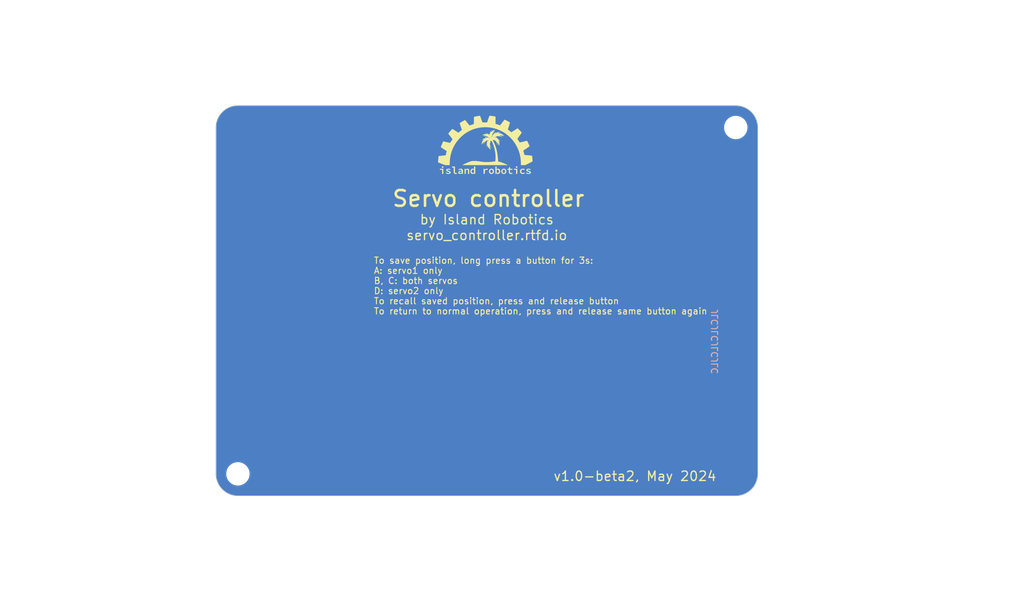
<source format=kicad_pcb>
(kicad_pcb (version 20221018) (generator pcbnew)
  (layers (0 "F.Cu" signal) (31 "B.Cu" signal) (34 "B.Paste" user) (35 "F.Paste" user) (36 "B.SilkS" user "B.Silkscreen") (37 "F.SilkS" user "F.Silkscreen") (38 "B.Mask" user) (39 "F.Mask" user) (44 "Edge.Cuts" user))
  (net 0 "")
  (net 1 "GND")
  (footprint "shurik-personal:my_logo" (layer "F.Cu") (at 139.75 64.25)
    (fp_text reference "G***" hide)
    (fp_text value "LOGO" hide)
    (fp_poly (pts (xy -6.657967 4.619515) (xy -6.848614 4.619515) (xy -6.848614 3.959584) (xy -7.200577 3.959584) (xy -7.200577 3.798267) (xy -6.657967 3.798267)) (fill solid) (layer "F.SilkS"))
    (fp_poly (pts (xy 5.030596 3.41377) (xy 5.07617 3.444186) (xy 5.103784 3.487607) (xy 5.11051 3.538083) (xy 5.093417 3.589662) (xy 5.074511 3.614552) (xy 5.027966 3.644542) (xy 4.971264 3.65363) (xy 4.914879 3.641762) (xy 4.875489 3.61562) (xy 4.844449 3.567389) (xy 4.838131 3.515762) (xy 4.85365 3.467248) (xy 4.888122 3.428358) (xy 4.938663 3.405604) (xy 4.969994 3.402309)) (fill solid) (layer "F.SilkS"))
    (fp_poly (pts (xy 5.085365 4.205225) (xy 5.081467 4.612182) (xy 4.992874 4.616468) (xy 4.944198 4.617146) (xy 4.907916 4.614548) (xy 4.893885 4.610358) (xy 4.890843 4.593253) (xy 4.888152 4.551204) (xy 4.885951 4.488597) (xy 4.884376 4.409816) (xy 4.883567 4.319249) (xy 4.883488 4.279772) (xy 4.883488 3.959584) (xy 4.54619 3.959584) (xy 4.54619 3.798267) (xy 5.089263 3.798267)) (fill solid) (layer "F.SilkS"))
    (fp_poly (pts (xy -6.698433 3.414436) (xy -6.654407 3.448186) (xy -6.631194 3.499614) (xy -6.628637 3.526963) (xy -6.641038 3.585196) (xy -6.676218 3.626726) (xy -6.73114 3.64877) (xy -6.764733 3.651616) (xy -6.814623 3.646452) (xy -6.850042 3.627572) (xy -6.863656 3.614552) (xy -6.894069 3.56471) (xy -6.899165 3.512926) (xy -6.881871 3.465153) (xy -6.84512 3.427339) (xy -6.791842 3.405436) (xy -6.759139 3.402309)) (fill solid) (layer "F.SilkS"))
    (fp_poly (pts (xy -4.810161 4.400871) (xy -4.774165 4.436867) (xy -4.729978 4.462765) (xy -4.670151 4.47384) (xy -4.604974 4.468978) (xy -4.570252 4.458983) (xy -4.547671 4.45289) (xy -4.533008 4.460191) (xy -4.519958 4.486592) (xy -4.510637 4.512924) (xy -4.49725 4.552987) (xy -4.488908 4.579437) (xy -4.487528 4.584896) (xy -4.500277 4.590977) (xy -4.533098 4.602232) (xy -4.563516 4.611614) (xy -4.644431 4.627774) (xy -4.730554 4.632175) (xy -4.808359 4.624443) (xy -4.830629 4.618951) (xy -4.869722 4.600212) (xy -4.91076 4.570627) (xy -4.91676 4.565217) (xy -4.941806 4.540473) (xy -4.961785 4.516068) (xy -4.97732 4.488421) (xy -4.989035 4.453947) (xy -4.997555 4.409064) (xy -5.003504 4.350187) (xy -5.007506 4.273734) (xy -5.010185 4.176121) (xy -5.012166 4.053764) (xy -5.012681 4.014578) (xy -5.01789 3.607621) (xy -5.279445 3.607621) (xy -5.279445 3.446304) (xy -4.810161 3.446304)) (fill solid) (layer "F.SilkS"))
    (fp_poly (pts (xy 0.341188 3.793008) (xy 0.364366 3.799676) (xy 0.387666 3.80833) (xy 0.400326 3.818527) (xy 0.403208 3.836847) (xy 0.397176 3.869874) (xy 0.383092 3.92419) (xy 0.381484 3.930254) (xy 0.375077 3.948809) (xy 0.363649 3.959349) (xy 0.340491 3.963636) (xy 0.298889 3.963434) (xy 0.261206 3.961842) (xy 0.178243 3.962878) (xy 0.113204 3.976888) (xy 0.056343 4.007118) (xy 0.009737 4.045582) (xy -0.017263 4.07237) (xy -0.037096 4.098529) (xy -0.051055 4.129233) (xy -0.060435 4.169656) (xy -0.06653 4.224971) (xy -0.070636 4.300352) (xy -0.073325 4.37754) (xy -0.080658 4.612182) (xy -0.179647 4.616518) (xy -0.278637 4.620855) (xy -0.278637 3.798267) (xy -0.199689 3.798267) (xy -0.152736 3.80071) (xy -0.124035 3.811844) (xy -0.10913 3.837382) (xy -0.103565 3.883036) (xy -0.102856 3.92237) (xy -0.102655 3.980479) (xy -0.032996 3.912133) (xy 0.015366 3.870304) (xy 0.068081 3.833116) (xy 0.102656 3.814017) (xy 0.177764 3.791624) (xy 0.261987 3.784363)) (fill solid) (layer "F.SilkS"))
    (fp_poly (pts (xy -2.727912 3.795882) (xy -2.657831 3.831361) (xy -2.601865 3.888259) (xy -2.581849 3.921999) (xy -2.56988 3.94737) (xy -2.560902 3.971604) (xy -2.554475 3.999309) (xy -2.550154 4.035094) (xy -2.547496 4.083569) (xy -2.546058 4.149343) (xy -2.545398 4.237024) (xy -2.545187 4.303293) (xy -2.544399 4.612182) (xy -2.643389 4.616518) (xy -2.742378 4.620855) (xy -2.742595 4.337881) (xy -2.743485 4.222672) (xy -2.746039 4.134671) (xy -2.75038 4.071797) (xy -2.756629 4.031966) (xy -2.761355 4.018244) (xy -2.797958 3.974655) (xy -2.84927 3.95259) (xy -2.909966 3.952149) (xy -2.974722 3.973433) (xy -3.034268 4.013105) (xy -3.094341 4.064525) (xy -3.094341 4.619515) (xy -3.284988 4.619515) (xy -3.284988 3.796735) (xy -3.207996 3.801167) (xy -3.131004 3.8056) (xy -3.126453 3.860594) (xy -3.121641 3.895956) (xy -3.115419 3.914689) (xy -3.113905 3.915588) (xy -3.098719 3.906989) (xy -3.070472 3.885495) (xy -3.059796 3.876658) (xy -2.978049 3.822211) (xy -2.8925 3.790882) (xy -2.807628 3.782248)) (fill solid) (layer "F.SilkS"))
    (fp_poly (pts (xy 3.019832 3.791763) (xy 3.119018 3.82182) (xy 3.204084 3.875138) (xy 3.271977 3.949327) (xy 3.319644 4.041999) (xy 3.340661 4.124566) (xy 3.346536 4.239475) (xy 3.328491 4.345986) (xy 3.288463 4.440564) (xy 3.228387 4.519678) (xy 3.150198 4.579792) (xy 3.073349 4.612603) (xy 2.982085 4.629799) (xy 2.88851 4.630266) (xy 2.821053 4.618209) (xy 2.743689 4.583272) (xy 2.669772 4.527755) (xy 2.609174 4.459693) (xy 2.590992 4.430963) (xy 2.558345 4.349188) (xy 2.54034 4.2535) (xy 2.539454 4.208891) (xy 2.738066 4.208891) (xy 2.747538 4.30558) (xy 2.775629 4.381388) (xy 2.821851 4.435142) (xy 2.836529 4.44521) (xy 2.899741 4.468171) (xy 2.970453 4.469598) (xy 3.036324 4.449552) (xy 3.045969 4.444127) (xy 3.094232 4.404187) (xy 3.125377 4.351163) (xy 3.141529 4.280009) (xy 3.145088 4.208891) (xy 3.135756 4.11124) (xy 3.108091 4.03546) (xy 3.062586 3.982187) (xy 2.999734 3.952057) (xy 2.940358 3.945028) (xy 2.866865 3.957571) (xy 2.808851 3.994246) (xy 2.767411 4.053625) (xy 2.74364 4.134279) (xy 2.738066 4.208891) (xy 2.539454 4.208891) (xy 2.538407 4.156175) (xy 2.550307 4.08193) (xy 2.591012 3.984848) (xy 2.65431 3.903459) (xy 2.736229 3.841018) (xy 2.832799 3.800781) (xy 2.909581 3.787354)) (fill solid) (layer "F.SilkS"))
    (fp_poly (pts (xy 3.930254 3.798267) (xy 4.296883 3.798267) (xy 4.296883 3.959584) (xy 3.930254 3.959584) (xy 3.930254 4.150701) (xy 3.93226 4.25446) (xy 3.938856 4.332857) (xy 3.950907 4.389623) (xy 3.969281 4.428491) (xy 3.994843 4.453191) (xy 4.001374 4.457018) (xy 4.036592 4.466732) (xy 4.090194 4.471721) (xy 4.151601 4.471871) (xy 4.210231 4.467071) (xy 4.247934 4.459619) (xy 4.276249 4.453027) (xy 4.292121 4.458477) (xy 4.3027 4.482041) (xy 4.310923 4.513121) (xy 4.318578 4.554785) (xy 4.318779 4.584138) (xy 4.315973 4.590793) (xy 4.282673 4.607481) (xy 4.228055 4.620003) (xy 4.159891 4.627938) (xy 4.085954 4.630863) (xy 4.014015 4.628356) (xy 3.951848 4.619994) (xy 3.922922 4.61215) (xy 3.857758 4.575776) (xy 3.80128 4.520028) (xy 3.762401 4.454393) (xy 3.755426 4.433919) (xy 3.749678 4.39859) (xy 3.744866 4.341179) (xy 3.741421 4.268932) (xy 3.739771 4.189092) (xy 3.73969 4.168562) (xy 3.739608 3.959584) (xy 3.519631 3.959584) (xy 3.519631 3.816722) (xy 3.625854 3.806255) (xy 3.679315 3.798918) (xy 3.720888 3.78937) (xy 3.742273 3.779565) (xy 3.74295 3.778697) (xy 3.750468 3.753181) (xy 3.754153 3.714041) (xy 3.75421 3.710277) (xy 3.757091 3.658562) (xy 3.763507 3.605045) (xy 3.763686 3.603954) (xy 3.772776 3.54896) (xy 3.930254 3.54896)) (fill solid) (layer "F.SilkS"))
    (fp_poly (pts (xy 5.961375 3.79107) (xy 6.029473 3.792299) (xy 6.078243 3.797099) (xy 6.11764 3.807388) (xy 6.15762 3.825082) (xy 6.169315 3.83112) (xy 6.212055 3.855236) (xy 6.243554 3.876066) (xy 6.254666 3.886239) (xy 6.251781 3.905555) (xy 6.233959 3.937829) (xy 6.219289 3.957975) (xy 6.174515 4.014506) (xy 6.105788 3.979712) (xy 6.019373 3.949788) (xy 5.935871 3.945993) (xy 5.859381 3.965914) (xy 5.794005 4.007137) (xy 5.743842 4.067249) (xy 5.712993 4.143835) (xy 5.704976 4.215665) (xy 5.717776 4.300809) (xy 5.752999 4.370938) (xy 5.806781 4.424044) (xy 5.87526 4.458122) (xy 5.95457 4.471165) (xy 6.040849 4.461168) (xy 6.120289 4.431305) (xy 6.202678 4.389747) (xy 6.240589 4.447035) (xy 6.261489 4.483023) (xy 6.266425 4.510011) (xy 6.25253 4.533135) (xy 6.216937 4.55753) (xy 6.163538 4.585035) (xy 6.068593 4.61771) (xy 5.962528 4.631563) (xy 5.856787 4.625927) (xy 5.781066 4.60728) (xy 5.682508 4.558908) (xy 5.604474 4.490467) (xy 5.551193 4.413053) (xy 5.528225 4.36709) (xy 5.514978 4.326228) (xy 5.508869 4.278876) (xy 5.50732 4.216224) (xy 5.517763 4.102414) (xy 5.550648 4.006839) (xy 5.607295 3.92738) (xy 5.689028 3.861919) (xy 5.74873 3.829396) (xy 5.794409 3.809837) (xy 5.83717 3.798191) (xy 5.887504 3.792565) (xy 5.9559 3.791069)) (fill solid) (layer "F.SilkS"))
    (fp_poly (pts (xy 1.089485 3.797967) (xy 1.179722 3.833166) (xy 1.25945 3.889107) (xy 1.324117 3.964695) (xy 1.363512 4.042687) (xy 1.389933 4.150667) (xy 1.390528 4.258321) (xy 1.366948 4.361022) (xy 1.320846 4.454145) (xy 1.253872 4.533064) (xy 1.167678 4.593153) (xy 1.166803 4.593603) (xy 1.100809 4.616273) (xy 1.019539 4.628202) (xy 0.935259 4.628734) (xy 0.860234 4.617213) (xy 0.840667 4.611052) (xy 0.748762 4.562306) (xy 0.674818 4.492122) (xy 0.620914 4.403717) (xy 0.589129 4.300312) (xy 0.581021 4.208891) (xy 0.582764 4.190727) (xy 0.779047 4.190727) (xy 0.783907 4.270904) (xy 0.804707 4.3452) (xy 0.841154 4.406797) (xy 0.882722 4.443175) (xy 0.947293 4.467553) (xy 1.017573 4.470053) (xy 1.081781 4.450425) (xy 1.086935 4.44752) (xy 1.133197 4.404672) (xy 1.165496 4.343446) (xy 1.183872 4.270437) (xy 1.188366 4.192242) (xy 1.179019 4.115457) (xy 1.155872 4.046677) (xy 1.118966 3.992498) (xy 1.083944 3.966256) (xy 1.030183 3.950192) (xy 0.967479 3.948235) (xy 0.90781 3.959474) (xy 0.863155 3.982993) (xy 0.863023 3.983109) (xy 0.818313 4.040011) (xy 0.790419 4.11149) (xy 0.779047 4.190727) (xy 0.582764 4.190727) (xy 0.591908 4.095467) (xy 0.625335 3.999336) (xy 0.682449 3.917722) (xy 0.714468 3.886497) (xy 0.80123 3.827775) (xy 0.895688 3.794176) (xy 0.99329 3.784605)) (fill solid) (layer "F.SilkS"))
    (fp_poly (pts (xy 1.799759 3.6676) (xy 1.796703 3.752072) (xy 1.795314 3.811084) (xy 1.79591 3.848474) (xy 1.798806 3.868082) (xy 1.804318 3.873747) (xy 1.812762 3.869307) (xy 1.816128 3.866386) (xy 1.869695 3.831132) (xy 1.939371 3.802959) (xy 2.012029 3.786562) (xy 2.045786 3.784246) (xy 2.140887 3.796912) (xy 2.220896 3.833978) (xy 2.284677 3.894047) (xy 2.331092 3.975722) (xy 2.359006 4.077605) (xy 2.367341 4.179561) (xy 2.357974 4.307376) (xy 2.327476 4.414862) (xy 2.275834 4.50205) (xy 2.203031 4.568969) (xy 2.149481 4.599265) (xy 2.059189 4.628027) (xy 1.972332 4.629683) (xy 1.909136 4.611897) (xy 1.861004 4.587327) (xy 1.817333 4.56004) (xy 1.774189 4.529318) (xy 1.765029 4.575114) (xy 1.758099 4.601911) (xy 1.745743 4.6149) (xy 1.719563 4.618212) (xy 1.680851 4.616546) (xy 1.605832 4.612182) (xy 1.604539 4.415637) (xy 1.803811 4.415637) (xy 1.866138 4.444736) (xy 1.931997 4.464679) (xy 1.99905 4.466906) (xy 2.057567 4.451882) (xy 2.085115 4.434268) (xy 2.128481 4.377769) (xy 2.157535 4.301194) (xy 2.169862 4.211275) (xy 2.170117 4.197421) (xy 2.161677 4.102294) (xy 2.136162 4.028932) (xy 2.09439 3.978384) (xy 2.037178 3.951703) (xy 1.976572 3.948613) (xy 1.915893 3.962132) (xy 1.860744 3.987092) (xy 1.855685 3.990385) (xy 1.804011 4.025577) (xy 1.803811 4.415637) (xy 1.604539 4.415637) (xy 1.601997 4.029243) (xy 1.598163 3.446304) (xy 1.808264 3.446304)) (fill solid) (layer "F.SilkS"))
    (fp_poly (pts (xy -1.587331 4.029243) (xy -1.591166 4.612182) (xy -1.663073 4.616744) (xy -1.715416 4.615944) (xy -1.745197 4.602611) (xy -1.757896 4.572801) (xy -1.75959 4.547299) (xy -1.759815 4.511746) (xy -1.792811 4.542722) (xy -1.864881 4.592468) (xy -1.94944 4.622371) (xy -2.038084 4.630928) (xy -2.122411 4.616633) (xy -2.148441 4.606377) (xy -2.223915 4.557465) (xy -2.284445 4.486334) (xy -2.319533 4.421535) (xy -2.343784 4.342157) (xy -2.354543 4.247705) (xy -2.354215 4.235724) (xy -2.155462 4.235724) (xy -2.145506 4.312141) (xy -2.120721 4.379481) (xy -2.080941 4.431022) (xy -2.061898 4.445043) (xy -1.995474 4.469277) (xy -1.924471 4.466745) (xy -1.862471 4.441633) (xy -1.827223 4.417957) (xy -1.803415 4.397795) (xy -1.800368 4.394026) (xy -1.796252 4.373742) (xy -1.792825 4.330328) (xy -1.790423 4.26998) (xy -1.789385 4.198895) (xy -1.78937 4.192246) (xy -1.789145 4.006952) (xy -1.829053 3.980804) (xy -1.890302 3.955211) (xy -1.959483 3.948526) (xy -2.024629 3.961131) (xy -2.050304 3.973736) (xy -2.09801 4.019236) (xy -2.131549 4.08255) (xy -2.150755 4.156953) (xy -2.155462 4.235724) (xy -2.354215 4.235724) (xy -2.351845 4.149129) (xy -2.335729 4.057376) (xy -2.318124 4.006693) (xy -2.2769 3.937851) (xy -2.219866 3.874118) (xy -2.155422 3.823617) (xy -2.101566 3.797317) (xy -2.025906 3.784873) (xy -1.943259 3.791183) (xy -1.866677 3.814567) (xy -1.835581 3.831575) (xy -1.777595 3.869948) (xy -1.793453 3.446304) (xy -1.583497 3.446304)) (fill solid) (layer "F.SilkS"))
    (fp_poly (pts (xy -5.728564 3.797939) (xy -5.67843 3.811007) (xy -5.622422 3.830343) (xy -5.573688 3.851239) (xy -5.542758 3.869178) (xy -5.542711 3.869216) (xy -5.509143 3.896398) (xy -5.55055 3.950686) (xy -5.582761 3.986085) (xy -5.607519 3.996596) (xy -5.615349 3.994705) (xy -5.713178 3.958121) (xy -5.802637 3.936901) (xy -5.880323 3.930988) (xy -5.942829 3.940325) (xy -5.986751 3.964856) (xy -6.007932 4.001235) (xy -6.008541 4.031232) (xy -5.991795 4.056605) (xy -5.954642 4.079293) (xy -5.894033 4.101236) (xy -5.818967 4.121448) (xy -5.751313 4.139206) (xy -5.687236 4.158001) (xy -5.637135 4.174714) (xy -5.623135 4.180204) (xy -5.55184 4.223442) (xy -5.504185 4.279449) (xy -5.480266 4.343503) (xy -5.480178 4.410881) (xy -5.504018 4.476861) (xy -5.551882 4.536719) (xy -5.614981 4.581135) (xy -5.662227 4.603694) (xy -5.707729 4.61755) (xy -5.76259 4.625281) (xy -5.820293 4.62877) (xy -5.924221 4.627933) (xy -6.008596 4.616323) (xy -6.022648 4.612725) (xy -6.080357 4.594051) (xy -6.138816 4.571194) (xy -6.190419 4.547573) (xy -6.227558 4.526609) (xy -6.241587 4.514309) (xy -6.23924 4.494939) (xy -6.223538 4.461636) (xy -6.2123 4.443349) (xy -6.174479 4.386198) (xy -6.075259 4.432694) (xy -6.017686 4.457558) (xy -5.969002 4.471771) (xy -5.915866 4.478201) (xy -5.856676 4.479693) (xy -5.776035 4.475628) (xy -5.720787 4.461758) (xy -5.688249 4.436758) (xy -5.675739 4.399305) (xy -5.675404 4.39027) (xy -5.682417 4.362681) (xy -5.70568 4.338546) (xy -5.748527 4.316045) (xy -5.814295 4.293358) (xy -5.891405 4.272393) (xy -6.001721 4.240121) (xy -6.085255 4.204852) (xy -6.144537 4.164548) (xy -6.182101 4.117168) (xy -6.200478 4.060673) (xy -6.203348 4.021141) (xy -6.189974 3.951033) (xy -6.152308 3.891207) (xy -6.094035 3.843138) (xy -6.018839 3.808302) (xy -5.930405 3.788174) (xy -5.832419 3.784227)) (fill solid) (layer "F.SilkS"))
    (fp_poly (pts (xy -3.746988 3.800037) (xy -3.687835 3.828374) (xy -3.629595 3.875981) (xy -3.581208 3.93392) (xy -3.551613 3.99325) (xy -3.55073 3.996295) (xy -3.545249 4.031064) (xy -3.540623 4.089893) (xy -3.537107 4.167517) (xy -3.534951 4.258671) (xy -3.534377 4.337211) (xy -3.534295 4.619515) (xy -3.614953 4.619515) (xy -3.661714 4.618168) (xy -3.68607 4.612531) (xy -3.694885 4.60021) (xy -3.695612 4.591384) (xy -3.699443 4.548534) (xy -3.713538 4.531705) (xy -3.741793 4.538971) (xy -3.768829 4.55519) (xy -3.861372 4.602824) (xy -3.957661 4.627913) (xy -4.051613 4.629724) (xy -4.13715 4.607526) (xy -4.150671 4.601183) (xy -4.220005 4.552779) (xy -4.263572 4.490449) (xy -4.281638 4.413777) (xy -4.282217 4.395434) (xy -4.279757 4.376331) (xy -4.09157 4.376331) (xy -4.079929 4.427918) (xy -4.046343 4.461893) (xy -3.992818 4.477574) (xy -3.921359 4.474281) (xy -3.852613 4.457522) (xy -3.811344 4.439543) (xy -3.768922 4.41419) (xy -3.768289 4.413741) (xy -3.743057 4.392681) (xy -3.730095 4.369166) (xy -3.725422 4.332852) (xy -3.724942 4.301095) (xy -3.724942 4.219315) (xy -3.816599 4.228389) (xy -3.924399 4.24447) (xy -4.004792 4.268904) (xy -4.058615 4.30214) (xy -4.086706 4.344631) (xy -4.09157 4.376331) (xy -4.279757 4.376331) (xy -4.273191 4.325343) (xy -4.244987 4.265977) (xy -4.195913 4.216306) (xy -4.124278 4.175303) (xy -4.028391 4.141939) (xy -3.906562 4.115184) (xy -3.79393 4.098431) (xy -3.752046 4.091783) (xy -3.73299 4.082944) (xy -3.730336 4.067623) (xy -3.73275 4.057574) (xy -3.749293 4.026764) (xy -3.778399 3.991675) (xy -3.784981 3.985248) (xy -3.838375 3.95439) (xy -3.90857 3.94268) (xy -3.990126 3.950145) (xy -4.077603 3.976813) (xy -4.093707 3.983721) (xy -4.138571 4.002747) (xy -4.171402 4.014585) (xy -4.184651 4.016718) (xy -4.201626 3.99132) (xy -4.221607 3.957092) (xy -4.239467 3.923482) (xy -4.250078 3.89994) (xy -4.250893 3.894622) (xy -4.235686 3.88572) (xy -4.203564 3.86882) (xy -4.186893 3.860348) (xy -4.072287 3.81467) (xy -3.95393 3.789245) (xy -3.839331 3.785103)) (fill solid) (layer "F.SilkS"))
    (fp_poly (pts (xy 6.987236 3.796583) (xy 6.990693 3.797432) (xy 7.05313 3.815775) (xy 7.111684 3.837528) (xy 7.159962 3.859802) (xy 7.191575 3.879711) (xy 7.200578 3.892284) (xy 7.191789 3.913365) (xy 7.169789 3.945552) (xy 7.160249 3.957401) (xy 7.11992 4.005439) (xy 7.04683 3.972975) (xy 6.989472 3.953604) (xy 6.920696 3.938842) (xy 6.877385 3.933617) (xy 6.8232 3.930987) (xy 6.788095 3.934128) (xy 6.762043 3.945189) (xy 6.738357 3.963428) (xy 6.711257 3.989893) (xy 6.704121 4.010941) (xy 6.712912 4.037941) (xy 6.720767 4.052779) (xy 6.731902 4.064955) (xy 6.750514 4.076093) (xy 6.780799 4.087818) (xy 6.826953 4.101754) (xy 6.893172 4.119525) (xy 6.983653 4.142756) (xy 6.983738 4.142778) (xy 7.085686 4.176685) (xy 7.162432 4.219686) (xy 7.212734 4.270941) (xy 7.230959 4.309273) (xy 7.240433 4.387871) (xy 7.223039 4.46215) (xy 7.181237 4.527429) (xy 7.117486 4.579026) (xy 7.079404 4.597724) (xy 7.015742 4.615215) (xy 6.934284 4.625856) (xy 6.845851 4.629235) (xy 6.761263 4.624939) (xy 6.691339 4.612556) (xy 6.691178 4.61251) (xy 6.645062 4.597252) (xy 6.593001 4.576638) (xy 6.542177 4.55399) (xy 6.499774 4.532629) (xy 6.472973 4.51588) (xy 6.467321 4.508965) (xy 6.474722 4.493421) (xy 6.493499 4.462388) (xy 6.505589 4.443739) (xy 6.543856 4.385913) (xy 6.604578 4.41696) (xy 6.702044 4.457114) (xy 6.800623 4.480272) (xy 6.893288 4.485531) (xy 6.973015 4.471989) (xy 6.988404 4.466279) (xy 7.026363 4.443152) (xy 7.041266 4.410548) (xy 7.039661 4.370846) (xy 7.031297 4.350391) (xy 7.009858 4.332256) (xy 6.971197 4.314438) (xy 6.911168 4.294937) (xy 6.844598 4.276679) (xy 6.75352 4.251387) (xy 6.685456 4.228539) (xy 6.634535 4.205483) (xy 6.594886 4.179566) (xy 6.561074 4.148591) (xy 6.534997 4.11641) (xy 6.522352 4.082836) (xy 6.518697 4.035006) (xy 6.518649 4.025689) (xy 6.526939 3.955155) (xy 6.554406 3.90013) (xy 6.604946 3.854721) (xy 6.648432 3.8294) (xy 6.721735 3.803036) (xy 6.810589 3.788036) (xy 6.903066 3.785513)) (fill solid) (layer "F.SilkS"))
    (fp_poly (pts (xy 0.758487 -4.615178) (xy 0.782402 -4.612944) (xy 0.874313 -4.603533) (xy 0.97525 -4.592199) (xy 1.081043 -4.579513) (xy 1.187523 -4.566046) (xy 1.29052 -4.552365) (xy 1.385864 -4.539043) (xy 1.469384 -4.526648) (xy 1.536911 -4.51575) (xy 1.584274 -4.50692) (xy 1.607304 -4.500728) (xy 1.608421 -4.500046) (xy 1.613535 -4.490396) (xy 1.61772 -4.46913) (xy 1.621055 -4.43382) (xy 1.623621 -4.382035) (xy 1.6255 -4.311345) (xy 1.626771 -4.219321) (xy 1.627516 -4.103532) (xy 1.627815 -3.961549) (xy 1.62783 -3.915172) (xy 1.62783 -3.346407) (xy 1.690156 -3.32422) (xy 1.788329 -3.289463) (xy 1.889267 -3.254064) (xy 1.989162 -3.219325) (xy 2.084205 -3.186546) (xy 2.170587 -3.157031) (xy 2.244499 -3.132079) (xy 2.302132 -3.112994) (xy 2.339677 -3.101076) (xy 2.353318 -3.097613) (xy 2.362768 -3.109961) (xy 2.387201 -3.141635) (xy 2.423636 -3.188775) (xy 2.469089 -3.247524) (xy 2.509451 -3.299654) (xy 2.569813 -3.377748) (xy 2.641578 -3.47084) (xy 2.718349 -3.57062) (xy 2.79373 -3.668774) (xy 2.849791 -3.741919) (xy 2.906756 -3.815398) (xy 2.958853 -3.880842) (xy 3.003107 -3.934654) (xy 3.03654 -3.973234) (xy 3.056175 -3.992982) (xy 3.058816 -3.994654) (xy 3.078761 -3.990912) (xy 3.120537 -3.975073) (xy 3.180242 -3.949114) (xy 3.253977 -3.915015) (xy 3.337838 -3.874752) (xy 3.427926 -3.830303) (xy 3.520338 -3.783648) (xy 3.611173 -3.736764) (xy 3.696531 -3.691628) (xy 3.77251 -3.650219) (xy 3.835208 -3.614516) (xy 3.880725 -3.586495) (xy 3.905159 -3.568135) (xy 3.908127 -3.564036) (xy 3.906823 -3.540951) (xy 3.897372 -3.493115) (xy 3.880657 -3.423682) (xy 3.857563 -3.335805) (xy 3.828976 -3.232639) (xy 3.795779 -3.117336) (xy 3.758858 -2.993052) (xy 3.719097 -2.862939) (xy 3.67738 -2.730152) (xy 3.65243 -2.652513) (xy 3.628097 -2.576822) (xy 3.607594 -2.51183) (xy 3.592371 -2.462231) (xy 3.583875 -2.432719) (xy 3.582656 -2.426526) (xy 3.598884 -2.415118) (xy 3.633783 -2.389003) (xy 3.68294 -2.351575) (xy 3.741947 -2.306225) (xy 3.806391 -2.256345) (xy 3.871863 -2.205328) (xy 3.933953 -2.156566) (xy 3.94492 -2.147902) (xy 4.005997 -2.099828) (xy 4.059733 -2.057961) (xy 4.101539 -2.025844) (xy 4.126824 -2.00702) (xy 4.131297 -2.003999) (xy 4.150041 -2.008301) (xy 4.191724 -2.029105) (xy 4.255434 -2.065841) (xy 4.34026 -2.11794) (xy 4.445291 -2.184831) (xy 4.569617 -2.265944) (xy 4.712325 -2.360709) (xy 4.857999 -2.458736) (xy 4.933697 -2.509305) (xy 5.001964 -2.553682) (xy 5.058814 -2.589377) (xy 5.10026 -2.613896) (xy 5.122316 -2.624747) (xy 5.124013 -2.625058) (xy 5.131807 -2.624575) (xy 5.140454 -2.621737) (xy 5.152154 -2.614456) (xy 5.169106 -2.600649) (xy 5.193511 -2.578229) (xy 5.227567 -2.54511) (xy 5.273475 -2.499208) (xy 5.333434 -2.438437) (xy 5.409644 -2.36071) (xy 5.497043 -2.271368) (xy 5.590892 -2.174347) (xy 5.668125 -2.092287) (xy 5.727712 -2.026342) (xy 5.768623 -1.97767) (xy 5.789828 -1.947426) (xy 5.792726 -1.939323) (xy 5.784229 -1.92137) (xy 5.759985 -1.882644) (xy 5.72186 -1.825822) (xy 5.671721 -1.753583) (xy 5.611435 -1.668605) (xy 5.542869 -1.573567) (xy 5.467889 -1.471147) (xy 5.441374 -1.435263) (xy 5.353937 -1.317157) (xy 5.282481 -1.220308) (xy 5.225527 -1.142405) (xy 5.181596 -1.081136) (xy 5.149211 -1.034191) (xy 5.126893 -0.999257) (xy 5.113165 -0.974024) (xy 5.106548 -0.95618) (xy 5.105564 -0.943414) (xy 5.108734 -0.933414) (xy 5.114453 -0.924063) (xy 5.129745 -0.900628) (xy 5.158013 -0.856944) (xy 5.196395 -0.797446) (xy 5.24203 -0.726572) (xy 5.292056 -0.648759) (xy 5.29901 -0.637934) (xy 5.34818 -0.561592) (xy 5.392242 -0.493583) (xy 5.428647 -0.437812) (xy 5.454842 -0.398182) (xy 5.468277 -0.378599) (xy 5.469187 -0.377454) (xy 5.485207 -0.378314) (xy 5.526519 -0.385583) (xy 5.58996 -0.398568) (xy 5.672365 -0.416574) (xy 5.770571 -0.438909) (xy 5.881414 -0.464877) (xy 6.001729 -0.493785) (xy 6.020942 -0.498465) (xy 6.143294 -0.528312) (xy 6.257322 -0.556113) (xy 6.359734 -0.581066) (xy 6.447238 -0.602369) (xy 6.516542 -0.619221) (xy 6.564353 -0.630822) (xy 6.58738 -0.636368) (xy 6.588362 -0.636598) (xy 6.618568 -0.632208) (xy 6.641779 -0.618243) (xy 6.654902 -0.599139) (xy 6.678519 -0.556957) (xy 6.71082 -0.495245) (xy 6.749994 -0.417549) (xy 6.794234 -0.327416) (xy 6.841729 -0.228395) (xy 6.855527 -0.199217) (xy 6.913138 -0.075931) (xy 6.95828 0.023177) (xy 6.991767 0.100078) (xy 7.014413 0.156745) (xy 7.027031 0.19515) (xy 7.030437 0.217264) (xy 7.02942 0.22195) (xy 7.014963 0.23582) (xy 6.978873 0.264181) (xy 6.923821 0.305109) (xy 6.852478 0.356679) (xy 6.767517 0.416965) (xy 6.67161 0.484042) (xy 6.567427 0.555986) (xy 6.535482 0.577872) (xy 6.429822 0.650178) (xy 6.331854 0.717316) (xy 6.244194 0.777485) (xy 6.169459 0.828884) (xy 6.110264 0.869714) (xy 6.069227 0.898175) (xy 6.048963 0.912467) (xy 6.047297 0.91375) (xy 6.048871 0.929169) (xy 6.056731 0.969028) (xy 6.069978 1.02933) (xy 6.087719 1.106077) (xy 6.109056 1.195272) (xy 6.124706 1.259146) (xy 6.208519 1.598139) (xy 6.253596 1.604664) (xy 6.279816 1.607744) (xy 6.330944 1.613128) (xy 6.402686 1.620387) (xy 6.490748 1.629091) (xy 6.590835 1.638814) (xy 6.698653 1.649124) (xy 6.701963 1.649438) (xy 6.864365 1.664952) (xy 6.999982 1.678198) (xy 7.111248 1.689482) (xy 7.200596 1.699113) (xy 7.270458 1.707396) (xy 7.323269 1.714639) (xy 7.36146 1.721148) (xy 7.387464 1.72723) (xy 7.403715 1.733193) (xy 7.412345 1.739035) (xy 7.426837 1.765338) (xy 7.438281 1.805865) (xy 7.439642 1.813825) (xy 7.445312 1.858184) (xy 7.452101 1.922328) (xy 7.459648 2.001621) (xy 7.467593 2.091423) (xy 7.475574 2.187097) (xy 7.483231 2.284006) (xy 7.490204 2.377512) (xy 7.49613 2.462977) (xy 7.500651 2.535763) (xy 7.503404 2.591233) (xy 7.504029 2.62475) (xy 7.503307 2.632221) (xy 7.488788 2.643188) (xy 7.450676 2.665667) (xy 7.391693 2.698218) (xy 7.31456 2.739397) (xy 7.221999 2.787765) (xy 7.116731 2.841878) (xy 7.001477 2.900296) (xy 6.921787 2.940248) (xy 6.348688 3.226327) (xy 5.649045 3.226327) (xy 5.65525 3.099339) (xy 5.656821 3.024042) (xy 5.65572 2.926026) (xy 5.652278 2.811747) (xy 5.646829 2.687662) (xy 5.639706 2.560228) (xy 5.631241 2.435902) (xy 5.621768 2.32114) (xy 5.611619 2.222398) (xy 5.608863 2.199769) (xy 5.542951 1.794877) (xy 5.44942 1.39852) (xy 5.329004 1.011917) (xy 5.182439 0.636289) (xy 5.010461 0.272853) (xy 4.813805 -0.077169) (xy 4.593207 -0.412559) (xy 4.349401 -0.732098) (xy 4.083124 -1.034565) (xy 3.795111 -1.318741) (xy 3.486097 -1.583407) (xy 3.196998 -1.799471) (xy 2.860954 -2.01693) (xy 2.511463 -2.208698) (xy 2.150001 -2.374335) (xy 1.778045 -2.513398) (xy 1.397072 -2.625447) (xy 1.008557 -2.71004) (xy 0.613977 -2.766737) (xy 0.214808 -2.795096) (xy -0.139318 -2.796254) (xy -0.542834 -2.771648) (xy -0.934119 -2.720861) (xy -1.315055 -2.643424) (xy -1.687523 -2.538869) (xy -2.053405 -2.406726) (xy -2.414582 -2.246527) (xy -2.485251 -2.211665) (xy -2.800126 -2.042662) (xy -3.093443 -1.861458) (xy -3.370825 -1.663993) (xy -3.637893 -1.44621) (xy -3.900267 -1.204048) (xy -3.953285 -1.151724) (xy -4.234172 -0.851167) (xy -4.490919 -0.534079) (xy -4.723159 -0.201055) (xy -4.930526 0.147311) (xy -5.112651 0.510423) (xy -5.26917 0.887686) (xy -5.346079 1.106679) (xy -5.449106 1.452612) (xy -5.528568 1.794629) (xy -5.585486 2.13905) (xy -5.620884 2.492195) (xy -5.635783 2.860385) (xy -5.636198 2.899959) (xy -5.638741 3.226188) (xy -5.976039 3.224557) (xy -6.074109 3.223783) (xy -6.163551 3.222512) (xy -6.239784 3.220855) (xy -6.298225 3.218921) (xy -6.334292 3.216821) (xy -6.342667 3.215705) (xy -6.414467 3.195642) (xy -6.50787 3.165942) (xy -6.617555 3.128604) (xy -6.738199 3.085626) (xy -6.864481 3.039005) (xy -6.991081 2.990741) (xy -7.112676 2.94283) (xy -7.223945 2.897272) (xy -7.319567 2.856063) (xy -7.394221 2.821203) (xy -7.396899 2.819867) (xy -7.497896 2.769317) (xy -7.488551 2.656858) (xy -7.484257 2.60457) (xy -7.478243 2.530473) (xy -7.471108 2.441995) (xy -7.463452 2.346566) (xy -7.457584 2.273094) (xy -7.447145 2.143805) (xy -7.438461 2.040721) (xy -7.431197 1.960793) (xy -7.425016 1.900969) (xy -7.419585 1.858201) (xy -7.414566 1.829437) (xy -7.409626 1.811629) (xy -7.406013 1.804011) (xy -7.399884 1.797119) (xy -7.388788 1.79084) (xy -7.370086 1.784802) (xy -7.341138 1.778634) (xy -7.299306 1.771964) (xy -7.241949 1.764419) (xy -7.166429 1.755627) (xy -7.070105 1.745217) (xy -6.950339 1.732817) (xy -6.804491 1.718054) (xy -6.775288 1.715119) (xy -6.659975 1.703262) (xy -6.553975 1.691829) (xy -6.460826 1.681245) (xy -6.384066 1.671931) (xy -6.327232 1.664311) (xy -6.293863 1.658809) (xy -6.286509 1.656646) (xy -6.280065 1.640131) (xy -6.268503 1.600028) (xy -6.253037 1.541389) (xy -6.234877 1.469265) (xy -6.215237 1.388709) (xy -6.19533 1.304772) (xy -6.176366 1.222506) (xy -6.15956 1.146962) (xy -6.146122 1.083191) (xy -6.137266 1.036246) (xy -6.136525 1.031708) (xy -6.127542 0.97523) (xy -6.220439 0.920482) (xy -6.266745 0.892395) (xy -6.329435 0.853218) (xy -6.404719 0.805426) (xy -6.488804 0.751495) (xy -6.577899 0.693898) (xy -6.668212 0.635112) (xy -6.755952 0.577611) (xy -6.837327 0.523871) (xy -6.908545 0.476366) (xy -6.965815 0.437571) (xy -7.005345 0.409961) (xy -7.022128 0.39717) (xy -7.047375 0.364453) (xy -7.048323 0.331637) (xy -7.040163 0.307524) (xy -7.022678 0.261328) (xy -6.997557 0.197173) (xy -6.966488 0.119186) (xy -6.931161 0.031491) (xy -6.893263 -0.061785) (xy -6.854484 -0.156518) (xy -6.816511 -0.248582) (xy -6.781033 -0.333851) (xy -6.74974 -0.4082) (xy -6.724318 -0.467503) (xy -6.706457 -0.507634) (xy -6.698004 -0.524279) (xy -6.673703 -0.537982) (xy -6.64338 -0.54261) (xy -6.619832 -0.539404) (xy -6.571356 -0.530298) (xy -6.501587 -0.516062) (xy -6.414158 -0.497466) (xy -6.312704 -0.475279) (xy -6.200859 -0.450271) (xy -6.113564 -0.430407) (xy -5.997157 -0.403848) (xy -5.889173 -0.379448) (xy -5.793109 -0.357978) (xy -5.712463 -0.340213) (xy -5.650735 -0.326923) (xy -5.611421 -0.31888) (xy -5.598677 -0.316752) (xy -5.582048 -0.327162) (xy -5.552683 -0.360052) (xy -5.510048 -0.416124) (xy -5.453608 -0.496082) (xy -5.38352 -0.599593) (xy -5.193761 -0.883884) (xy -5.371316 -1.120205) (xy -5.439968 -1.210952) (xy -5.516404 -1.310952) (xy -5.593775 -1.411309) (xy -5.665235 -1.503131) (xy -5.70746 -1.556793) (xy -5.759414 -1.624074) (xy -5.804224 -1.685298) (xy -5.838879 -1.73609) (xy -5.860366 -1.772071) (xy -5.86605 -1.787245) (xy -5.856385 -1.807862) (xy -5.828689 -1.847474) (xy -5.784912 -1.903603) (xy -5.727004 -1.973772) (xy -5.656915 -2.055502) (xy -5.637009 -2.078259) (xy -5.537459 -2.191344) (xy -5.455191 -2.284043) (xy -5.388378 -2.35822) (xy -5.335194 -2.415741) (xy -5.293813 -2.458471) (xy -5.262408 -2.488274) (xy -5.239153 -2.507015) (xy -5.22222 -2.516561) (xy -5.209785 -2.518775) (xy -5.206196 -2.518173) (xy -5.188052 -2.508933) (xy -5.148135 -2.485698) (xy -5.089385 -2.450273) (xy -5.01474 -2.404462) (xy -4.927139 -2.350068) (xy -4.829522 -2.288895) (xy -4.724827 -2.222748) (xy -4.723394 -2.221838) (xy -4.267276 -1.932482) (xy -4.183089 -1.995619) (xy -4.15025 -2.020734) (xy -4.10154 -2.058596) (xy -4.041787 -2.105389) (xy -3.975821 -2.157299) (xy -3.908469 -2.21051) (xy -3.84456 -2.261208) (xy -3.788921 -2.305576) (xy -3.746382 -2.339801) (xy -3.72177 -2.360066) (xy -3.720793 -2.360907) (xy -3.722767 -2.376556) (xy -3.733379 -2.416809) (xy -3.75166 -2.478558) (xy -3.776637 -2.558697) (xy -3.807342 -2.654116) (xy -3.842804 -2.761709) (xy -3.882051 -2.878367) (xy -3.886091 -2.890246) (xy -3.92601 -3.008581) (xy -3.962564 -3.118969) (xy -3.994728 -3.218152) (xy -4.021473 -3.302874) (xy -4.041773 -3.369878) (xy -4.054601 -3.415907) (xy -4.05893 -3.437704) (xy -4.058888 -3.438236) (xy -4.04533 -3.453371) (xy -4.009533 -3.480068) (xy -3.955201 -3.516209) (xy -3.886039 -3.559675) (xy -3.805751 -3.608347) (xy -3.718042 -3.660104) (xy -3.626615 -3.712828) (xy -3.535175 -3.764399) (xy -3.447427 -3.812699) (xy -3.367075 -3.855607) (xy -3.297823 -3.891005) (xy -3.243376 -3.916774) (xy -3.207437 -3.930794) (xy -3.195086 -3.932417) (xy -3.181885 -3.919721) (xy -3.153069 -3.887075) (xy -3.111147 -3.83759) (xy -3.058628 -3.774377) (xy -2.998023 -3.700544) (xy -2.931841 -3.619203) (xy -2.862592 -3.533464) (xy -2.792786 -3.446436) (xy -2.724933 -3.361231) (xy -2.661541 -3.280957) (xy -2.605122 -3.208726) (xy -2.558185 -3.147646) (xy -2.523239 -3.100829) (xy -2.516613 -3.091639) (xy -2.509134 -3.084682) (xy -2.49679 -3.08166) (xy -2.47626 -3.083467) (xy -2.444224 -3.090999) (xy -2.397361 -3.105148) (xy -2.332348 -3.126809) (xy -2.245867 -3.156876) (xy -2.155067 -3.188976) (xy -1.811143 -3.311013) (xy -1.80381 -3.869433) (xy -1.801745 -4.015417) (xy -1.799666 -4.134755) (xy -1.797437 -4.230131) (xy -1.794922 -4.304226) (xy -1.791986 -4.359725) (xy -1.788492 -4.399312) (xy -1.784305 -4.425669) (xy -1.779288 -4.44148) (xy -1.77448 -4.44844) (xy -1.752277 -4.457819) (xy -1.702071 -4.471116) (xy -1.624899 -4.488127) (xy -1.521798 -4.508649) (xy -1.393805 -4.532479) (xy -1.241956 -4.559413) (xy -1.067287 -4.589249) (xy -0.993357 -4.601602) (xy -0.926278 -4.612163) (xy -0.881951 -4.617172) (xy -0.854349 -4.61672) (xy -0.837443 -4.610901) (xy -0.829174 -4.604122) (xy -0.817986 -4.584107) (xy -0.799264 -4.540963) (xy -0.77485 -4.47935) (xy -0.746586 -4.403931) (xy -0.716312 -4.319367) (xy -0.71358 -4.311548) (xy -0.676266 -4.205012) (xy -0.634586 -4.086802) (xy -0.592402 -3.967822) (xy -0.553578 -3.858981) (xy -0.533134 -3.802054) (xy -0.447286 -3.563864) (xy -0.078438 -3.563745) (xy 0.290411 -3.563626) (xy 0.359542 -3.772604) (xy 0.395815 -3.88085) (xy 0.434355 -3.993385) (xy 0.473778 -4.106396) (xy 0.512701 -4.21607) (xy 0.549741 -4.318594) (xy 0.583516 -4.410154) (xy 0.612641 -4.486937) (xy 0.635734 -4.545129) (xy 0.651411 -4.580917) (xy 0.655399 -4.588268) (xy 0.668805 -4.606151) (xy 0.685324 -4.6156) (xy 0.712652 -4.61811)) (fill solid) (layer "F.SilkS"))
    (fp_poly (pts (xy 1.556022 -2.339088) (xy 1.456273 -2.251393) (xy 1.412056 -2.210863) (xy 1.362999 -2.163255) (xy 1.31327 -2.112967) (xy 1.267033 -2.064397) (xy 1.228456 -2.02194) (xy 1.201704 -1.989995) (xy 1.190943 -1.972959) (xy 1.191184 -1.971596) (xy 1.20521 -1.975874) (xy 1.239669 -1.990767) (xy 1.288798 -2.013701) (xy 1.327284 -2.032396) (xy 1.389718 -2.06151) (xy 1.448214 -2.085895) (xy 1.494087 -2.102055) (xy 1.510508 -2.106125) (xy 1.534285 -2.10926) (xy 1.540157 -2.106122) (xy 1.525927 -2.094212) (xy 1.489401 -2.071032) (xy 1.468511 -2.05832) (xy 1.361959 -1.979814) (xy 1.263408 -1.880706) (xy 1.178339 -1.768035) (xy 1.112232 -1.648838) (xy 1.077388 -1.555971) (xy 1.067182 -1.520775) (xy 1.109197 -1.5499) (xy 1.148972 -1.576488) (xy 1.168654 -1.585536) (xy 1.169195 -1.575236) (xy 1.151543 -1.543777) (xy 1.130096 -1.510093) (xy 1.08215 -1.426266) (xy 1.040617 -1.335648) (xy 1.010572 -1.249952) (xy 1.001652 -1.213655) (xy 0.999795 -1.183753) (xy 1.008589 -1.176276) (xy 1.024289 -1.188096) (xy 1.043147 -1.216086) (xy 1.061418 -1.257117) (xy 1.06452 -1.266148) (xy 1.134215 -1.436418) (xy 1.226124 -1.592435) (xy 1.337716 -1.730818) (xy 1.466461 -1.848183) (xy 1.537913 -1.898858) (xy 1.594972 -1.933715) (xy 1.652705 -1.965601) (xy 1.704094 -1.990965) (xy 1.742123 -2.006257) (xy 1.755861 -2.009123) (xy 1.749396 -1.998989) (xy 1.726605 -1.971315) (xy 1.69097 -1.930188) (xy 1.645973 -1.879701) (xy 1.640415 -1.873545) (xy 1.593916 -1.82092) (xy 1.565623 -1.786179) (xy 1.556256 -1.770308) (xy 1.566533 -1.774294) (xy 1.569988 -1.776796) (xy 1.689124 -1.859666) (xy 1.799016 -1.92274) (xy 1.907543 -1.970031) (xy 2.015003 -2.003592) (xy 2.073893 -2.014725) (xy 2.146626 -2.022239) (xy 2.22465 -2.025945) (xy 2.29941 -2.025651) (xy 2.362352 -2.021169) (xy 2.404922 -2.012309) (xy 2.405081 -2.012249) (xy 2.424937 -2.003457) (xy 2.423882 -1.997419) (xy 2.39867 -1.991393) (xy 2.375751 -1.987489) (xy 2.328743 -1.977277) (xy 2.265996 -1.960353) (xy 2.195767 -1.939328) (xy 2.12631 -1.916811) (xy 2.065882 -1.89541) (xy 2.022737 -1.877735) (xy 2.013268 -1.872924) (xy 2.001639 -1.864325) (xy 2.006003 -1.858733) (xy 2.030106 -1.855427) (xy 2.077695 -1.853684) (xy 2.115924 -1.853121) (xy 2.290875 -1.8382) (xy 2.453027 -1.797153) (xy 2.603802 -1.729508) (xy 2.723838 -1.650924) (xy 2.766298 -1.615587) (xy 2.812794 -1.571812) (xy 2.859326 -1.524096) (xy 2.901893 -1.476933) (xy 2.936497 -1.434821) (xy 2.959136 -1.402254) (xy 2.965811 -1.383728) (xy 2.963652 -1.381399) (xy 2.943361 -1.383072) (xy 2.903968 -1.392001) (xy 2.856842 -1.405404) (xy 2.740615 -1.437496) (xy 2.614821 -1.465777) (xy 2.490921 -1.487985) (xy 2.380375 -1.501856) (xy 2.36041 -1.503464) (xy 2.236432 -1.51227) (xy 2.368418 -1.44173) (xy 2.480884 -1.378641) (xy 2.56932 -1.322057) (xy 2.637574 -1.269364) (xy 2.676386 -1.232359) (xy 2.720381 -1.185922) (xy 2.60306 -1.244615) (xy 2.471754 -1.303203) (xy 2.347837 -1.341913) (xy 2.219977 -1.363448) (xy 2.076845 -1.370508) (xy 2.075116 -1.370516) (xy 1.991553 -1.368268) (xy 1.907578 -1.361528) (xy 1.828902 -1.351237) (xy 1.761237 -1.338336) (xy 1.710296 -1.323765) (xy 1.68179 -1.308465) (xy 1.679221 -1.3053) (xy 1.688081 -1.294845) (xy 1.718089 -1.27859) (xy 1.76001 -1.261129) (xy 1.805154 -1.243427) (xy 1.836839 -1.229438) (xy 1.847806 -1.222577) (xy 1.834991 -1.221038) (xy 1.802998 -1.224166) (xy 1.790328 -1.226051) (xy 1.75216 -1.227961) (xy 1.694003 -1.226123) (xy 1.624418 -1.221331) (xy 1.551965 -1.214381) (xy 1.485206 -1.206066) (xy 1.432703 -1.197181) (xy 1.407613 -1.190539) (xy 1.409527 -1.186165) (xy 1.435952 -1.182325) (xy 1.482068 -1.179524) (xy 1.522701 -1.178464) (xy 1.680035 -1.162922) (xy 1.828651 -1.12189) (xy 1.963871 -1.056714) (xy 1.979793 -1.046812) (xy 2.022163 -1.019366) (xy 2.041752 -1.004611) (xy 2.040562 -0.999548) (xy 2.020593 -1.001177) (xy 2.009123 -1.002834) (xy 1.962424 -1.009511) (xy 1.905635 -1.017346) (xy 1.884469 -1.020195) (xy 1.811144 -1.029976) (xy 1.948262 -0.960716) (xy 2.060139 -0.894217) (xy 2.16095 -0.814879) (xy 2.246288 -0.727245) (xy 2.31175 -0.635854) (xy 2.352931 -0.54525) (xy 2.35374 -0.54261) (xy 2.354642 -0.529514) (xy 2.34329 -0.53238) (xy 2.317174 -0.552866) (xy 2.273788 -0.592632) (xy 2.263955 -0.601962) (xy 2.202007 -0.659003) (xy 2.146392 -0.706567) (xy 2.101214 -0.741388) (xy 2.070571 -0.760201) (xy 2.062173 -0.762587) (xy 2.065318 -0.751401) (xy 2.081403 -0.721885) (xy 2.107085 -0.680108) (xy 2.110887 -0.674197) (xy 2.179619 -0.541566) (xy 2.223761 -0.397253) (xy 2.242843 -0.246268) (xy 2.23639 -0.093623) (xy 2.20393 0.055671) (xy 2.18487 0.109988) (xy 2.177748 0.126029) (xy 2.170874 0.131764) (xy 2.162428 0.123935) (xy 2.150592 0.099286) (xy 2.133547 0.054561) (xy 2.109472 -0.013498) (xy 2.098853 -0.043996) (xy 2.072341 -0.116339) (xy 2.042872 -0.190383) (xy 2.012613 -0.261405) (xy 1.983732 -0.324687) (xy 1.958398 -0.375509) (xy 1.938778 -0.409148) (xy 1.92704 -0.420887) (xy 1.925991 -0.420371) (xy 1.925726 -0.405158) (xy 1.928129 -0.367534) (xy 1.932723 -0.314251) (xy 1.935543 -0.285326) (xy 1.940167 -0.215035) (xy 1.940868 -0.141925) (xy 1.93805 -0.072885) (xy 1.932119 -0.014803) (xy 1.923477 0.025432) (xy 1.916524 0.038826) (xy 1.910612 0.032026) (xy 1.906996 0.003365) (xy 1.906467 -0.017208) (xy 1.899035 -0.095818) (xy 1.878621 -0.189222) (xy 1.848046 -0.28751) (xy 1.810132 -0.380767) (xy 1.793234 -0.415031) (xy 1.766644 -0.458953) (xy 1.729427 -0.511657) (xy 1.685833 -0.568103) (xy 1.640114 -0.623248) (xy 1.59652 -0.672055) (xy 1.559303 -0.709481) (xy 1.532712 -0.730486) (xy 1.524854 -0.733257) (xy 1.520631 -0.720725) (xy 1.523992 -0.689521) (xy 1.526368 -0.678263) (xy 1.536741 -0.627377) (xy 1.537246 -0.60376) (xy 1.52706 -0.606779) (xy 1.505357 -0.635799) (xy 1.493994 -0.653394) (xy 1.452597 -0.715765) (xy 1.413169 -0.769607) (xy 1.37949 -0.810198) (xy 1.355337 -0.832818) (xy 1.34796 -0.835913) (xy 1.336714 -0.823737) (xy 1.334527 -0.809139) (xy 1.322229 -0.776863) (xy 1.291239 -0.742945) (xy 1.250413 -0.715809) (xy 1.227007 -0.706837) (xy 1.188979 -0.696594) (xy 1.255494 -0.586606) (xy 1.400837 -0.322193) (xy 1.532327 -0.033012) (xy 1.649636 0.279678) (xy 1.752433 0.614619) (xy 1.840389 0.970553) (xy 1.913174 1.346219) (xy 1.970459 1.74036) (xy 2.011913 2.151716) (xy 2.026154 2.355949) (xy 2.043863 2.651448) (xy 2.169478 2.675749) (xy 2.401042 2.728822) (xy 2.620737 2.797205) (xy 2.764377 2.851987) (xy 2.83967 2.883338) (xy 2.929615 2.921873) (xy 3.028967 2.965238) (xy 3.132482 3.011082) (xy 3.234917 3.057052) (xy 3.331029 3.100796) (xy 3.415573 3.139962) (xy 3.483306 3.172197) (xy 3.526963 3.194078) (xy 3.585624 3.225031) (xy -0.032996 3.225679) (xy -0.356667 3.225708) (xy -0.672571 3.22568) (xy -0.979456 3.225595) (xy -1.276074 3.225458) (xy -1.561175 3.22527) (xy -1.833509 3.225033) (xy -2.091825 3.22475) (xy -2.334874 3.224423) (xy -2.561406 3.224054) (xy -2.770171 3.223646) (xy -2.959919 3.2232) (xy -3.1294 3.22272) (xy -3.277365 3.222207) (xy -3.402563 3.221663) (xy -3.503745 3.221092) (xy -3.579661 3.220495) (xy -3.62906 3.219874) (xy -3.650693 3.219233) (xy -3.651616 3.219068) (xy -3.638952 3.209618) (xy -3.603478 3.18963) (xy -3.548967 3.160954) (xy -3.479195 3.125442) (xy -3.397937 3.084942) (xy -3.308967 3.041304) (xy -3.21606 2.99638) (xy -3.122992 2.952019) (xy -3.033538 2.910072) (xy -2.951471 2.872388) (xy -2.880567 2.840817) (xy -2.874364 2.838123) (xy -2.752403 2.787379) (xy -2.623775 2.737556) (xy -2.494471 2.690708) (xy -2.370481 2.64889) (xy -2.257795 2.614157) (xy -2.162404 2.588564) (xy -2.11911 2.579056) (xy -2.05204 2.570085) (xy -1.961679 2.56396) (xy -1.853922 2.56063) (xy -1.734665 2.560045) (xy -1.609804 2.562152) (xy -1.485235 2.566902) (xy -1.366852 2.574243) (xy -1.260552 2.584125) (xy -1.239203 2.586656) (xy -1.165933 2.59618) (xy -1.070585 2.609223) (xy -0.960065 2.624803) (xy -0.841278 2.641938) (xy -0.72113 2.659649) (xy -0.645265 2.671052) (xy -0.507425 2.691372) (xy -0.391118 2.707015) (xy -0.289044 2.7187) (xy -0.193908 2.727144) (xy -0.098411 2.733064) (xy 0.004745 2.73718) (xy 0.036663 2.738125) (xy 0.240329 2.739877) (xy 0.460594 2.734852) (xy 0.685659 2.723607) (xy 0.903724 2.706699) (xy 1.063222 2.689712) (xy 1.155771 2.678782) (xy 1.260371 2.666974) (xy 1.361049 2.656069) (xy 1.411035 2.650893) (xy 1.484166 2.643218) (xy 1.533238 2.636717) (xy 1.563393 2.629827) (xy 1.579774 2.620985) (xy 1.587523 2.608628) (xy 1.590727 2.596293) (xy 1.602432 2.522057) (xy 1.611961 2.423761) (xy 1.619248 2.306601) (xy 1.624225 2.175771) (xy 1.626824 2.036465) (xy 1.626979 1.89388) (xy 1.624621 1.753208) (xy 1.619684 1.619647) (xy 1.612101 1.498389) (xy 1.605849 1.429849) (xy 1.553832 1.058281) (xy 1.476289 0.681683) (xy 1.374796 0.306238) (xy 1.25093 -0.061871) (xy 1.177802 -0.249308) (xy 1.136381 -0.349568) (xy 1.103836 -0.425707) (xy 1.078417 -0.480944) (xy 1.058372 -0.518495) (xy 1.04195 -0.541576) (xy 1.027398 -0.553405) (xy 1.012966 -0.557198) (xy 1.01013 -0.557275) (xy 0.982121 -0.567203) (xy 0.946031 -0.592358) (xy 0.928978 -0.607928) (xy 0.896417 -0.637944) (xy 0.873591 -0.649376) (xy 0.851169 -0.645926) (xy 0.842454 -0.642237) (xy 0.825083 -0.632514) (xy 0.81449 -0.618381) (xy 0.809037 -0.59327) (xy 0.807085 -0.550614) (xy 0.806941 -0.499927) (xy 0.808899 -0.432375) (xy 0.813759 -0.367413) (xy 0.820555 -0.317153) (xy 0.822115 -0.309699) (xy 0.829722 -0.269792) (xy 0.831738 -0.243605) (xy 0.830523 -0.239029) (xy 0.820115 -0.246557) (xy 0.800727 -0.272877) (xy 0.788022 -0.293146) (xy 0.75193 -0.353671) (xy 0.742593 -0.306989) (xy 0.731101 -0.181504) (xy 0.743142 -0.046005) (xy 0.777276 0.094136) (xy 0.832067 0.233546) (xy 0.906077 0.366854) (xy 0.933912 0.407806) (xy 0.966599 0.454287) (xy 0.982989 0.480173) (xy 0.984248 0.488435) (xy 0.971542 0.482043) (xy 0.959855 0.473953) (xy 0.925149 0.444917) (xy 0.877956 0.399735) (xy 0.824505 0.344848) (xy 0.771023 0.286694) (xy 0.723738 0.231712) (xy 0.714222 0.219976) (xy 0.673189 0.168648) (xy 0.682507 0.227309) (xy 0.69523 0.279991) (xy 0.718594 0.351589) (xy 0.749844 0.434925) (xy 0.786224 0.522822) (xy 0.824981 0.608102) (xy 0.841828 0.642451) (xy 0.895402 0.748835) (xy 0.817996 0.709799) (xy 0.685606 0.627061) (xy 0.571535 0.522996) (xy 0.478011 0.400801) (xy 0.407262 0.263672) (xy 0.361517 0.114806) (xy 0.348682 0.036662) (xy 0.344999 0.010335) (xy 0.340632 0.007068) (xy 0.332466 0.02883) (xy 0.325489 0.051327) (xy 0.316251 0.093035) (xy 0.307267 0.153262) (xy 0.300055 0.221229) (xy 0.298209 0.245158) (xy 0.293049 0.302997) (xy 0.286833 0.346863) (xy 0.280538 0.370749) (xy 0.277394 0.373192) (xy 0.263952 0.351526) (xy 0.250869 0.307673) (xy 0.239244 0.248765) (xy 0.230172 0.181935) (xy 0.22475 0.114316) (xy 0.224074 0.053042) (xy 0.225217 0.033749) (xy 0.237876 -0.051293) (xy 0.260719 -0.146288) (xy 0.290399 -0.239951) (xy 0.323566 -0.320997) (xy 0.339661 -0.351964) (xy 0.353174 -0.376637) (xy 0.355413 -0.384654) (xy 0.344932 -0.374479) (xy 0.320286 -0.344574) (xy 0.28003 -0.293406) (xy 0.258759 -0.26603) (xy 0.224906 -0.223905) (xy 0.198187 -0.193526) (xy 0.183208 -0.180043) (xy 0.181762 -0.179979) (xy 0.182141 -0.197455) (xy 0.192065 -0.235036) (xy 0.209123 -0.286047) (xy 0.230901 -0.343811) (xy 0.254987 -0.401651) (xy 0.278969 -0.452891) (xy 0.283642 -0.461952) (xy 0.315751 -0.512921) (xy 0.36231 -0.574293) (xy 0.41604 -0.636769) (xy 0.441433 -0.663597) (xy 0.485539 -0.70936) (xy 0.519671 -0.746314) (xy 0.540052 -0.77026) (xy 0.543758 -0.777252) (xy 0.523582 -0.768841) (xy 0.487338 -0.746778) (xy 0.441792 -0.715824) (xy 0.393708 -0.680737) (xy 0.349852 -0.646276) (xy 0.318967 -0.61913) (xy 0.284523 -0.587679) (xy 0.268039 -0.57839) (xy 0.268666 -0.592155) (xy 0.285557 -0.629868) (xy 0.293601 -0.64585) (xy 0.30964 -0.68224) (xy 0.308919 -0.699573) (xy 0.288995 -0.698893) (xy 0.24742 -0.681242) (xy 0.230392 -0.67281) (xy 0.085672 -0.58376) (xy -0.040949 -0.472512) (xy -0.14709 -0.34163) (xy -0.230369 -0.193682) (xy -0.244468 -0.161317) (xy -0.262776 -0.119217) (xy -0.273089 -0.102204) (xy -0.277536 -0.107837) (xy -0.278289 -0.122537) (xy -0.272546 -0.177025) (xy -0.256293 -0.248769) (xy -0.232057 -0.328755) (xy -0.20237 -0.407966) (xy -0.190605 -0.435063) (xy -0.148832 -0.527192) (xy -0.185558 -0.503128) (xy -0.220996 -0.473139) (xy -0.268109 -0.423487) (xy -0.322732 -0.359195) (xy -0.380699 -0.285285) (xy -0.437844 -0.206778) (xy -0.46775 -0.162956) (xy -0.549942 -0.039305) (xy -0.554555 -0.147973) (xy -0.554441 -0.217987) (xy -0.549526 -0.29146) (xy -0.542194 -0.344631) (xy -0.510191 -0.456756) (xy -0.459377 -0.569743) (xy -0.394335 -0.676159) (xy -0.319647 -0.768572) (xy -0.239895 -0.839548) (xy -0.234893 -0.843071) (xy -0.202912 -0.867905) (xy -0.187032 -0.885778) (xy -0.188019 -0.891253) (xy -0.208963 -0.888414) (xy -0.249287 -0.875875) (xy -0.30186 -0.856474) (xy -0.359549 -0.833054) (xy -0.415221 -0.808454) (xy -0.461745 -0.785516) (xy -0.480845 -0.774639) (xy -0.518277 -0.754267) (xy -0.533855 -0.752475) (xy -0.52775 -0.768478) (xy -0.500137 -0.801492) (xy -0.467551 -0.834847) (xy -0.362245 -0.918936) (xy -0.235326 -0.986415) (xy -0.090452 -1.035567) (xy -0.08685 -1.036336) (xy 1.779369 -1.036336) (xy 1.781382 -1.027618) (xy 1.789146 -1.026559) (xy 1.801217 -1.031925) (xy 1.798923 -1.036336) (xy 1.781519 -1.038091) (xy 1.779369 -1.036336) (xy -0.08685 -1.036336) (xy 0.001473 -1.05519) (xy 0.153984 -1.0812) (xy 0.042385 -1.092073) (xy -0.029454 -1.100557) (xy -0.072599 -1.109457) (xy -0.087684 -1.1192) (xy -0.075345 -1.130211) (xy -0.036217 -1.142917) (xy -0.034215 -1.143438) (xy 0.11188 -1.167486) (xy 0.265425 -1.168027) (xy 0.417889 -1.145845) (xy 0.560739 -1.101721) (xy 0.597871 -1.085532) (xy 0.655298 -1.061097) (xy 0.701949 -1.045837) (xy 0.733236 -1.040784) (xy 0.744567 -1.04697) (xy 0.742352 -1.053038) (xy 0.721135 -1.070484) (xy 0.678646 -1.093835) (xy 0.621575 -1.120144) (xy 0.556614 -1.146464) (xy 0.490452 -1.169849) (xy 0.448307 -1.182539) (xy 0.392601 -1.198876) (xy 0.364656 -1.20981) (xy 0.363495 -1.215795) (xy 0.373961 -1.217145) (xy 0.426527 -1.222359) (xy 0.450283 -1.232144) (xy 0.445523 -1.24742) (xy 0.412541 -1.269107) (xy 0.393595 -1.278768) (xy 0.259546 -1.330315) (xy 0.116249 -1.360425) (xy -0.028478 -1.368248) (xy -0.166816 -1.352934) (xy -0.205292 -1.343865) (xy -0.249762 -1.332938) (xy -0.281053 -1.327102) (xy -0.290764 -1.3271) (xy -0.282895 -1.336425) (xy -0.25345 -1.352741) (xy -0.208576 -1.373461) (xy -0.15442 -1.395998) (xy -0.097128 -1.417768) (xy -0.042847 -1.436182) (xy -0.007332 -1.446356) (xy 0.04506 -1.459855) (xy 0.072053 -1.468468) (xy 0.076694 -1.474463) (xy 0.062027 -1.480105) (xy 0.043996 -1.484558) (xy 0.011344 -1.488947) (xy -0.043983 -1.492769) (xy -0.115332 -1.495708) (xy -0.196049 -1.497445) (xy -0.2324 -1.497746) (xy -0.457468 -1.498661) (xy -0.408382 -1.540505) (xy -0.341803 -1.588519) (xy -0.259402 -1.63539) (xy -0.174144 -1.674344) (xy -0.111918 -1.695434) (xy -0.029317 -1.709717) (xy 0.067985 -1.714835) (xy 0.166834 -1.710801) (xy 0.254071 -1.697626) (xy 0.264443 -1.695096) (xy 0.344631 -1.674372) (xy 0.300636 -1.709798) (xy 0.266559 -1.733583) (xy 0.216019 -1.764596) (xy 0.158769 -1.796913) (xy 0.146652 -1.803391) (xy 0.094046 -1.833359) (xy 0.068868 -1.853061) (xy 0.071051 -1.862444) (xy 0.100529 -1.86146) (xy 0.157236 -1.850056) (xy 0.195145 -1.840596) (xy 0.29776 -1.806259) (xy 0.390583 -1.757425) (xy 0.482173 -1.689126) (xy 0.530388 -1.645928) (xy 0.635543 -1.547171) (xy 0.593884 -1.620497) (xy 0.568494 -1.664121) (xy 0.547229 -1.698809) (xy 0.537995 -1.712508) (xy 0.526756 -1.733445) (xy 0.534785 -1.738091) (xy 0.557581 -1.727338) (xy 0.590643 -1.702081) (xy 0.590668 -1.702059) (xy 0.622861 -1.675363) (xy 0.645703 -1.659282) (xy 0.650868 -1.65716) (xy 0.656111 -1.670396) (xy 0.659855 -1.704392) (xy 0.660962 -1.734152) (xy 0.663848 -1.799767) (xy 0.670208 -1.836512) (xy 0.679808 -1.844302) (xy 0.692415 -1.823055) (xy 0.707795 -1.77269) (xy 0.712775 -1.752483) (xy 0.740589 -1.635162) (xy 0.749849 -1.789146) (xy 0.762173 -1.910202) (xy 0.782975 -2.003728) (xy 0.790514 -2.025536) (xy 0.809819 -2.068332) (xy 0.836645 -2.11792) (xy 0.867174 -2.168451) (xy 0.897591 -2.214078) (xy 0.924077 -2.248953) (xy 0.942818 -2.267228) (xy 0.948676 -2.267876) (xy 0.947673 -2.251626) (xy 0.938591 -2.214995) (xy 0.923281 -2.165202) (xy 0.919285 -2.153267) (xy 0.895049 -2.078219) (xy 0.87775 -2.016925) (xy 0.868384 -1.973491) (xy 0.86795 -1.952026) (xy 0.870017 -1.950462) (xy 0.880815 -1.961975) (xy 0.900639 -1.991413) (xy 0.914652 -2.014503) (xy 0.957741 -2.073409) (xy 1.018173 -2.137307) (xy 1.087078 -2.198027) (xy 1.155587 -2.2474) (xy 1.186882 -2.265259) (xy 1.276739 -2.303785) (xy 1.368145 -2.330687) (xy 1.451331 -2.343429) (xy 1.488555 -2.343587)) (fill solid) (layer "F.SilkS"))
  )
  (footprint "MountingHole:MountingHole_3.2mm_M3" (layer "F.Cu") (at 100.5 116.5)
    (fp_text reference "REF**" hide)
    (fp_text value "MountingHole_3.2mm_M3" hide)
    (pad "" np_thru_hole circle (at 0 0) (size 3.2 3.2) (drill 3.2) (layers "F&B.Cu" "*.Mask"))
  )
  (footprint "MountingHole:MountingHole_3.2mm_M3" (layer "F.Cu") (at 179.5 61.5)
    (fp_text reference "REF**" hide)
    (fp_text value "MountingHole_3.2mm_M3" hide)
    (pad "" np_thru_hole circle (at 0 0) (size 3.2 3.2) (drill 3.2) (layers "F&B.Cu" "*.Mask"))
  )
  (gr_arc (start 97 61.5) (mid 98.025126 59.025126) (end 100.5 58) (stroke (width 0.1)) (layer "Edge.Cuts"))
  (gr_arc (start 179.5 58) (mid 181.974874 59.025126) (end 183 61.5) (stroke (width 0.1)) (layer "Edge.Cuts"))
  (gr_arc (start 100.5 120) (mid 98.025127 118.974874) (end 97 116.5) (stroke (width 0.1)) (layer "Edge.Cuts"))
  (gr_line (start 179.5 120) (end 100.5 120) (stroke (width 0.1)) (layer "Edge.Cuts"))
  (gr_line (start 183 61.5) (end 183 116.5) (stroke (width 0.1)) (layer "Edge.Cuts"))
  (gr_line (start 97 116.5) (end 97 61.5) (stroke (width 0.1)) (layer "Edge.Cuts"))
  (gr_arc (start 183 116.5) (mid 181.974874 118.974874) (end 179.5 120) (stroke (width 0.1)) (layer "Edge.Cuts"))
  (gr_line (start 100.5 58) (end 179.5 58) (stroke (width 0.1)) (layer "Edge.Cuts"))
  (gr_text "JLCJLCJLCJLC" (at 176.75 90.25 90) (layer "B.SilkS") (effects (font (size 1 1)) (justify left bottom mirror)))
  (gr_text "by Island Robotics" (at 140 77) (layer "F.SilkS") (effects (font (size 1.5 1.5) (thickness 0.2)) (justify bottom)))
  (gr_text "v1.0-beta2, May 2024" (at 163.5 117.75) (layer "F.SilkS") (effects (font (size 1.5 1.5) (thickness 0.2)) (justify bottom)))
  (gr_text "To save position, long press a button for 3s:\nA: servo1 only\nB, C: both servos\nD: servo2 only \nTo recall saved position, press and release button\nTo return to normal operation, press and release same button again " (at 122 91.25) (layer "F.SilkS") (effects (font (size 1 1)) (justify left bottom)))
  (gr_text "Servo controller" (at 140.25 74.25) (layer "F.SilkS") (effects (font (size 2.5 2.5) (thickness 0.4)) (justify bottom)))
  (gr_text "servo_controller.rtfd.io" (at 140 79.5) (layer "F.SilkS") (effects (font (size 1.5 1.5) (thickness 0.2)) (justify bottom)))
  (zone (net 1) (net_name "GND") (layer "B.Cu") (connect_pads (clearance 0.5)) (min_thickness 0.25) (fill yes (thermal_gap 0.5) (thermal_bridge_width 0.5))
    (polygon (pts (xy 225.25 124) (xy 225.25 41.25) (xy 65 45) (xy 62.75 136.75)))
  )
)
</source>
